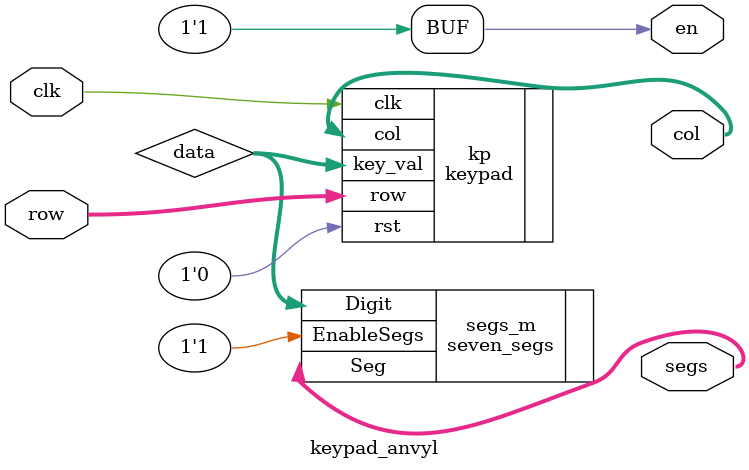
<source format=v>
`timescale 1ns / 1ps
module keypad_anvyl(input clk,
                    input [3:0] row,
                    output [3:0] col,
                    output [6:0] segs,
                    output en);

// wire div_clk;
wire [3:0] data;

assign en = 1'b1;

keypad kp(.clk(clk),
           .rst(1'b0),
           .row(row),
           .col(col),
           .key_val(data));

// clock_div clk_d(.Reset(1'b0),
//                 .Clock(clk),
//                 .DividedClock(div_clk));

seven_segs segs_m(.Digit(data),
                  .EnableSegs(1'b1),
                  .Seg(segs));

endmodule
</source>
